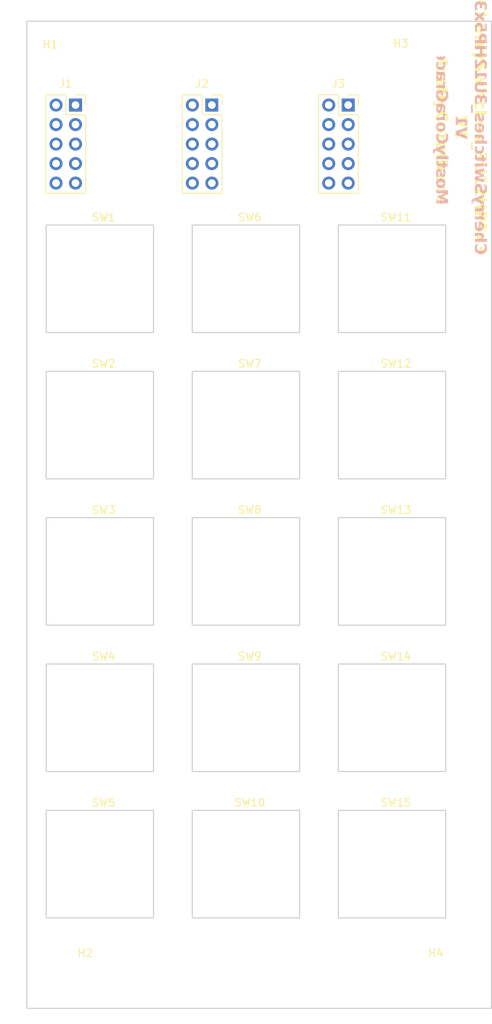
<source format=kicad_pcb>
(kicad_pcb (version 20240108) (generator "pcbnew") (generator_version "8.0")
  (layers (0 "F.Cu" signal) (31 "B.Cu" signal) (34 "B.Paste" user) (35 "F.Paste" user) (36 "B.SilkS" user "B.Silkscreen") (37 "F.SilkS" user "F.Silkscreen") (38 "B.Mask" user) (39 "F.Mask" user) (44 "Edge.Cuts" user))
  (net 0 "")
  (footprint "MountingHole:MountingHole_3.2mm_M3" (layer "F.Cu") (at 7.61962 5.425)
    (property "Reference" "H1" (at -4.57162 0.036 0) (layer "F.SilkS"))
    (property "Value" "MountingHole")
    (pad "" np_thru_hole oval (at 0 0) (size 4.8 3.2) (drill oval 4.8 3.2) (layers "F&B.Cu" "*.Mask"))
  )
  (footprint "MountingHole:MountingHole_3.2mm_M3" (layer "F.Cu") (at 53.3396 5.425)
    (property "Reference" "H3" (at -4.5716 -0.091 0) (layer "F.SilkS"))
    (property "Value" "MountingHole")
    (pad "" np_thru_hole oval (at 0 0) (size 4.8 3.2) (drill oval 4.8 3.2) (layers "F&B.Cu" "*.Mask"))
  )
  (footprint "EXC:SW_Cherry_MX_1.00u_Mount" (layer "F.Cu") (at 9.52497 35.95)
    (property "Reference" "SW1" (at 0.5 -8 0) (layer "F.SilkS"))
    (property "Value" "SW_SPST")
    (fp_rect (start -7 -7) (end 7 7) (stroke (width 0.15)) (fill none) (layer "Edge.Cuts"))
  )
  (footprint "EXC:SW_Cherry_MX_1.00u_Mount" (layer "F.Cu") (at 47.625 93.1)
    (property "Reference" "SW14" (at 0.5 -8 0) (layer "F.SilkS"))
    (property "Value" "SW_SPST")
    (fp_rect (start -7 -7) (end 7 7) (stroke (width 0.15)) (fill none) (layer "Edge.Cuts"))
  )
  (footprint "Connector_PinSocket_2.54mm:PinSocket_2x05_P2.54mm_Vertical" (layer "F.Cu") (at 6.35 13.335)
    (property "Reference" "J1" (at -1.27 -2.77 0) (layer "F.SilkS"))
    (property "Value" "Conn_02x05_Odd_Even")
    (fp_line (start -3.87 -1.33) (end -3.87 11.49) (stroke (width 0.12)) (layer "F.SilkS"))
    (fp_line (start -3.87 -1.33) (end -1.27 -1.33) (stroke (width 0.12)) (layer "F.SilkS"))
    (fp_line (start -3.87 11.49) (end 1.33 11.49) (stroke (width 0.12)) (layer "F.SilkS"))
    (fp_line (start -1.27 -1.33) (end -1.27 1.27) (stroke (width 0.12)) (layer "F.SilkS"))
    (fp_line (start -1.27 1.27) (end 1.33 1.27) (stroke (width 0.12)) (layer "F.SilkS"))
    (fp_line (start 0 -1.33) (end 1.33 -1.33) (stroke (width 0.12)) (layer "F.SilkS"))
    (fp_line (start 1.33 -1.33) (end 1.33 0) (stroke (width 0.12)) (layer "F.SilkS"))
    (fp_line (start 1.33 1.27) (end 1.33 11.49) (stroke (width 0.12)) (layer "F.SilkS"))
    (pad "1" thru_hole rect (at 0 0) (size 1.7 1.7) (drill 1) (layers "*.Cu" "*.Mask"))
    (pad "2" thru_hole oval (at -2.54 0) (size 1.7 1.7) (drill 1) (layers "*.Cu" "*.Mask"))
    (pad "3" thru_hole oval (at 0 2.54) (size 1.7 1.7) (drill 1) (layers "*.Cu" "*.Mask"))
    (pad "4" thru_hole oval (at -2.54 2.54) (size 1.7 1.7) (drill 1) (layers "*.Cu" "*.Mask"))
    (pad "5" thru_hole oval (at 0 5.08) (size 1.7 1.7) (drill 1) (layers "*.Cu" "*.Mask"))
    (pad "6" thru_hole oval (at -2.54 5.08) (size 1.7 1.7) (drill 1) (layers "*.Cu" "*.Mask"))
    (pad "7" thru_hole oval (at 0 7.62) (size 1.7 1.7) (drill 1) (layers "*.Cu" "*.Mask"))
    (pad "8" thru_hole oval (at -2.54 7.62) (size 1.7 1.7) (drill 1) (layers "*.Cu" "*.Mask"))
    (pad "9" thru_hole oval (at 0 10.16) (size 1.7 1.7) (drill 1) (layers "*.Cu" "*.Mask"))
    (pad "10" thru_hole oval (at -2.54 10.16) (size 1.7 1.7) (drill 1) (layers "*.Cu" "*.Mask"))
  )
  (footprint "EXC:SW_Cherry_MX_1.00u_Mount" (layer "F.Cu") (at 28.575 35.95)
    (property "Reference" "SW6" (at 0.5 -8 0) (layer "F.SilkS"))
    (property "Value" "SW_SPST")
    (fp_rect (start -7 -7) (end 7 7) (stroke (width 0.15)) (fill none) (layer "Edge.Cuts"))
  )
  (footprint "EXC:SW_Cherry_MX_1.00u_Mount" (layer "F.Cu") (at 9.52497 55)
    (property "Reference" "SW2" (at 0.5 -8 0) (layer "F.SilkS"))
    (property "Value" "SW_SPST")
    (fp_rect (start -7 -7) (end 7 7) (stroke (width 0.15)) (fill none) (layer "Edge.Cuts"))
  )
  (footprint "Connector_PinSocket_2.54mm:PinSocket_2x05_P2.54mm_Vertical" (layer "F.Cu") (at 24.13 13.335)
    (property "Reference" "J2" (at -1.27 -2.77 0) (layer "F.SilkS"))
    (property "Value" "Conn_02x05_Odd_Even")
    (fp_line (start -3.87 -1.33) (end -3.87 11.49) (stroke (width 0.12)) (layer "F.SilkS"))
    (fp_line (start -3.87 -1.33) (end -1.27 -1.33) (stroke (width 0.12)) (layer "F.SilkS"))
    (fp_line (start -3.87 11.49) (end 1.33 11.49) (stroke (width 0.12)) (layer "F.SilkS"))
    (fp_line (start -1.27 -1.33) (end -1.27 1.27) (stroke (width 0.12)) (layer "F.SilkS"))
    (fp_line (start -1.27 1.27) (end 1.33 1.27) (stroke (width 0.12)) (layer "F.SilkS"))
    (fp_line (start 0 -1.33) (end 1.33 -1.33) (stroke (width 0.12)) (layer "F.SilkS"))
    (fp_line (start 1.33 -1.33) (end 1.33 0) (stroke (width 0.12)) (layer "F.SilkS"))
    (fp_line (start 1.33 1.27) (end 1.33 11.49) (stroke (width 0.12)) (layer "F.SilkS"))
    (pad "1" thru_hole rect (at 0 0) (size 1.7 1.7) (drill 1) (layers "*.Cu" "*.Mask"))
    (pad "2" thru_hole oval (at -2.54 0) (size 1.7 1.7) (drill 1) (layers "*.Cu" "*.Mask"))
    (pad "3" thru_hole oval (at 0 2.54) (size 1.7 1.7) (drill 1) (layers "*.Cu" "*.Mask"))
    (pad "4" thru_hole oval (at -2.54 2.54) (size 1.7 1.7) (drill 1) (layers "*.Cu" "*.Mask"))
    (pad "5" thru_hole oval (at 0 5.08) (size 1.7 1.7) (drill 1) (layers "*.Cu" "*.Mask"))
    (pad "6" thru_hole oval (at -2.54 5.08) (size 1.7 1.7) (drill 1) (layers "*.Cu" "*.Mask"))
    (pad "7" thru_hole oval (at 0 7.62) (size 1.7 1.7) (drill 1) (layers "*.Cu" "*.Mask"))
    (pad "8" thru_hole oval (at -2.54 7.62) (size 1.7 1.7) (drill 1) (layers "*.Cu" "*.Mask"))
    (pad "9" thru_hole oval (at 0 10.16) (size 1.7 1.7) (drill 1) (layers "*.Cu" "*.Mask"))
    (pad "10" thru_hole oval (at -2.54 10.16) (size 1.7 1.7) (drill 1) (layers "*.Cu" "*.Mask"))
  )
  (footprint "EXC:SW_Cherry_MX_1.00u_Mount" (layer "F.Cu") (at 9.52497 93.1)
    (property "Reference" "SW4" (at 0.5 -8 0) (layer "F.SilkS"))
    (property "Value" "SW_SPST")
    (fp_rect (start -7 -7) (end 7 7) (stroke (width 0.15)) (fill none) (layer "Edge.Cuts"))
  )
  (footprint "EXC:SW_Cherry_MX_1.00u_Mount" (layer "F.Cu") (at 9.52497 74.05)
    (property "Reference" "SW3" (at 0.5 -8 0) (layer "F.SilkS"))
    (property "Value" "SW_SPST")
    (fp_rect (start -7 -7) (end 7 7) (stroke (width 0.15)) (fill none) (layer "Edge.Cuts"))
  )
  (footprint "EXC:SW_Cherry_MX_1.00u_Mount" (layer "F.Cu") (at 28.575 112.15)
    (property "Reference" "SW10" (at 0.5 -8 0) (layer "F.SilkS"))
    (property "Value" "SW_SPST")
    (fp_rect (start -7 -7) (end 7 7) (stroke (width 0.15)) (fill none) (layer "Edge.Cuts"))
  )
  (footprint "EXC:SW_Cherry_MX_1.00u_Mount" (layer "F.Cu") (at 47.625 55)
    (property "Reference" "SW12" (at 0.5 -8 0) (layer "F.SilkS"))
    (property "Value" "SW_SPST")
    (fp_rect (start -7 -7) (end 7 7) (stroke (width 0.15)) (fill none) (layer "Edge.Cuts"))
  )
  (footprint "EXC:SW_Cherry_MX_1.00u_Mount" (layer "F.Cu") (at 47.625 112.15)
    (property "Reference" "SW15" (at 0.5 -8 0) (layer "F.SilkS"))
    (property "Value" "SW_SPST")
    (fp_rect (start -7 -7) (end 7 7) (stroke (width 0.15)) (fill none) (layer "Edge.Cuts"))
  )
  (footprint "EXC:SW_Cherry_MX_1.00u_Mount" (layer "F.Cu") (at 28.575 74.05)
    (property "Reference" "SW8" (at 0.5 -8 0) (layer "F.SilkS"))
    (property "Value" "SW_SPST")
    (fp_rect (start -7 -7) (end 7 7) (stroke (width 0.15)) (fill none) (layer "Edge.Cuts"))
  )
  (footprint "EXC:SW_Cherry_MX_1.00u_Mount" (layer "F.Cu") (at 28.575 93.1)
    (property "Reference" "SW9" (at 0.5 -8 0) (layer "F.SilkS"))
    (property "Value" "SW_SPST")
    (fp_rect (start -7 -7) (end 7 7) (stroke (width 0.15)) (fill none) (layer "Edge.Cuts"))
  )
  (footprint "EXC:SW_Cherry_MX_1.00u_Mount" (layer "F.Cu") (at 28.575 55)
    (property "Reference" "SW7" (at 0.5 -8 0) (layer "F.SilkS"))
    (property "Value" "SW_SPST")
    (fp_rect (start -7 -7) (end 7 7) (stroke (width 0.15)) (fill none) (layer "Edge.Cuts"))
  )
  (footprint "MountingHole:MountingHole_3.2mm_M3" (layer "F.Cu") (at 53.3396 127.925)
    (property "Reference" "H4" (at 0 -4.2 0) (layer "F.SilkS"))
    (property "Value" "MountingHole")
    (pad "" np_thru_hole oval (at 0 0) (size 4.8 3.2) (drill oval 4.8 3.2) (layers "F&B.Cu" "*.Mask"))
  )
  (footprint "Connector_PinSocket_2.54mm:PinSocket_2x05_P2.54mm_Vertical" (layer "F.Cu") (at 41.91 13.335)
    (property "Reference" "J3" (at -1.27 -2.77 0) (layer "F.SilkS"))
    (property "Value" "Conn_02x05_Odd_Even")
    (fp_line (start -3.87 -1.33) (end -3.87 11.49) (stroke (width 0.12)) (layer "F.SilkS"))
    (fp_line (start -3.87 -1.33) (end -1.27 -1.33) (stroke (width 0.12)) (layer "F.SilkS"))
    (fp_line (start -3.87 11.49) (end 1.33 11.49) (stroke (width 0.12)) (layer "F.SilkS"))
    (fp_line (start -1.27 -1.33) (end -1.27 1.27) (stroke (width 0.12)) (layer "F.SilkS"))
    (fp_line (start -1.27 1.27) (end 1.33 1.27) (stroke (width 0.12)) (layer "F.SilkS"))
    (fp_line (start 0 -1.33) (end 1.33 -1.33) (stroke (width 0.12)) (layer "F.SilkS"))
    (fp_line (start 1.33 -1.33) (end 1.33 0) (stroke (width 0.12)) (layer "F.SilkS"))
    (fp_line (start 1.33 1.27) (end 1.33 11.49) (stroke (width 0.12)) (layer "F.SilkS"))
    (pad "1" thru_hole rect (at 0 0) (size 1.7 1.7) (drill 1) (layers "*.Cu" "*.Mask"))
    (pad "2" thru_hole oval (at -2.54 0) (size 1.7 1.7) (drill 1) (layers "*.Cu" "*.Mask"))
    (pad "3" thru_hole oval (at 0 2.54) (size 1.7 1.7) (drill 1) (layers "*.Cu" "*.Mask"))
    (pad "4" thru_hole oval (at -2.54 2.54) (size 1.7 1.7) (drill 1) (layers "*.Cu" "*.Mask"))
    (pad "5" thru_hole oval (at 0 5.08) (size 1.7 1.7) (drill 1) (layers "*.Cu" "*.Mask"))
    (pad "6" thru_hole oval (at -2.54 5.08) (size 1.7 1.7) (drill 1) (layers "*.Cu" "*.Mask"))
    (pad "7" thru_hole oval (at 0 7.62) (size 1.7 1.7) (drill 1) (layers "*.Cu" "*.Mask"))
    (pad "8" thru_hole oval (at -2.54 7.62) (size 1.7 1.7) (drill 1) (layers "*.Cu" "*.Mask"))
    (pad "9" thru_hole oval (at 0 10.16) (size 1.7 1.7) (drill 1) (layers "*.Cu" "*.Mask"))
    (pad "10" thru_hole oval (at -2.54 10.16) (size 1.7 1.7) (drill 1) (layers "*.Cu" "*.Mask"))
  )
  (footprint "EXC:SW_Cherry_MX_1.00u_Mount" (layer "F.Cu") (at 47.625 74.05)
    (property "Reference" "SW13" (at 0.5 -8 0) (layer "F.SilkS"))
    (property "Value" "SW_SPST")
    (fp_rect (start -7 -7) (end 7 7) (stroke (width 0.15)) (fill none) (layer "Edge.Cuts"))
  )
  (footprint "MountingHole:MountingHole_3.2mm_M3" (layer "F.Cu") (at 7.61962 127.925)
    (property "Reference" "H2" (at 0 -4.2 0) (layer "F.SilkS"))
    (property "Value" "MountingHole")
    (pad "" np_thru_hole oval (at 0 0) (size 4.8 3.2) (drill oval 4.8 3.2) (layers "F&B.Cu" "*.Mask"))
  )
  (footprint "EXC:SW_Cherry_MX_1.00u_Mount" (layer "F.Cu") (at 47.625 35.95)
    (property "Reference" "SW11" (at 0.5 -8 0) (layer "F.SilkS"))
    (property "Value" "SW_SPST")
    (fp_rect (start -7 -7) (end 7 7) (stroke (width 0.15)) (fill none) (layer "Edge.Cuts"))
  )
  (footprint "EXC:SW_Cherry_MX_1.00u_Mount" (layer "F.Cu") (at 9.52497 112.15)
    (property "Reference" "SW5" (at 0.5 -8 0) (layer "F.SilkS"))
    (property "Value" "SW_SPST")
    (fp_rect (start -7 -7) (end 7 7) (stroke (width 0.15)) (fill none) (layer "Edge.Cuts"))
  )
  (gr_rect (start 0 2.425) (end 60.6 130.925) (stroke (width 0.15)) (fill none) (layer "Edge.Cuts"))
  (gr_text "CherrySwitches_3U12HP5x3\nV1\nMostlyCoraGrace" (at 59.944 16.256 270) (layer "B.SilkS") (effects (font (size 1.5 1.5) (thickness 0.25) (bold yes)) (justify top mirror)))
  (gr_text "CherrySwitches_3U12HP5x3\nV1\nMostlyCoraGrace" (at 59.944 16.256 270) (layer "F.SilkS") (effects (font (size 1.5 1.5) (thickness 0.25) (bold yes)) (justify top)))
)
</source>
